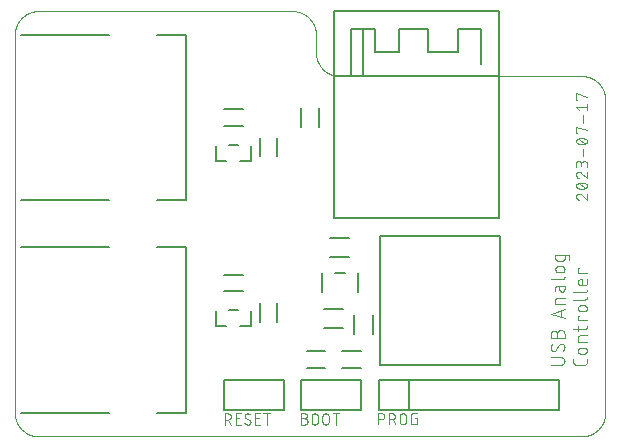
<source format=gto>
G75*
%MOIN*%
%OFA0B0*%
%FSLAX25Y25*%
%IPPOS*%
%LPD*%
%AMOC8*
5,1,8,0,0,1.08239X$1,22.5*
%
%ADD10C,0.00000*%
%ADD11C,0.00400*%
%ADD12C,0.00300*%
%ADD13C,0.00500*%
%ADD14C,0.00800*%
%ADD15C,0.00600*%
D10*
X0010226Y0002294D02*
X0191329Y0002294D01*
X0191329Y0002295D02*
X0191519Y0002297D01*
X0191709Y0002304D01*
X0191899Y0002316D01*
X0192089Y0002332D01*
X0192278Y0002352D01*
X0192467Y0002378D01*
X0192655Y0002407D01*
X0192842Y0002442D01*
X0193028Y0002481D01*
X0193213Y0002524D01*
X0193398Y0002572D01*
X0193581Y0002624D01*
X0193762Y0002680D01*
X0193942Y0002741D01*
X0194121Y0002807D01*
X0194298Y0002876D01*
X0194474Y0002950D01*
X0194647Y0003028D01*
X0194819Y0003111D01*
X0194988Y0003197D01*
X0195156Y0003287D01*
X0195321Y0003382D01*
X0195484Y0003480D01*
X0195644Y0003583D01*
X0195802Y0003689D01*
X0195957Y0003799D01*
X0196110Y0003912D01*
X0196260Y0004030D01*
X0196406Y0004151D01*
X0196550Y0004275D01*
X0196691Y0004403D01*
X0196829Y0004534D01*
X0196964Y0004669D01*
X0197095Y0004807D01*
X0197223Y0004948D01*
X0197347Y0005092D01*
X0197468Y0005238D01*
X0197586Y0005388D01*
X0197699Y0005541D01*
X0197809Y0005696D01*
X0197915Y0005854D01*
X0198018Y0006014D01*
X0198116Y0006177D01*
X0198211Y0006342D01*
X0198301Y0006510D01*
X0198387Y0006679D01*
X0198470Y0006851D01*
X0198548Y0007024D01*
X0198622Y0007200D01*
X0198691Y0007377D01*
X0198757Y0007556D01*
X0198818Y0007736D01*
X0198874Y0007917D01*
X0198926Y0008100D01*
X0198974Y0008285D01*
X0199017Y0008470D01*
X0199056Y0008656D01*
X0199091Y0008843D01*
X0199120Y0009031D01*
X0199146Y0009220D01*
X0199166Y0009409D01*
X0199182Y0009599D01*
X0199194Y0009789D01*
X0199201Y0009979D01*
X0199203Y0010169D01*
X0199203Y0114499D01*
X0199201Y0114689D01*
X0199194Y0114879D01*
X0199182Y0115069D01*
X0199166Y0115259D01*
X0199146Y0115448D01*
X0199120Y0115637D01*
X0199091Y0115825D01*
X0199056Y0116012D01*
X0199017Y0116198D01*
X0198974Y0116383D01*
X0198926Y0116568D01*
X0198874Y0116751D01*
X0198818Y0116932D01*
X0198757Y0117112D01*
X0198691Y0117291D01*
X0198622Y0117468D01*
X0198548Y0117644D01*
X0198470Y0117817D01*
X0198387Y0117989D01*
X0198301Y0118158D01*
X0198211Y0118326D01*
X0198116Y0118491D01*
X0198018Y0118654D01*
X0197915Y0118814D01*
X0197809Y0118972D01*
X0197699Y0119127D01*
X0197586Y0119280D01*
X0197468Y0119430D01*
X0197347Y0119576D01*
X0197223Y0119720D01*
X0197095Y0119861D01*
X0196964Y0119999D01*
X0196829Y0120134D01*
X0196691Y0120265D01*
X0196550Y0120393D01*
X0196406Y0120517D01*
X0196260Y0120638D01*
X0196110Y0120756D01*
X0195957Y0120869D01*
X0195802Y0120979D01*
X0195644Y0121085D01*
X0195484Y0121188D01*
X0195321Y0121286D01*
X0195156Y0121381D01*
X0194988Y0121471D01*
X0194819Y0121557D01*
X0194647Y0121640D01*
X0194474Y0121718D01*
X0194298Y0121792D01*
X0194121Y0121861D01*
X0193942Y0121927D01*
X0193762Y0121988D01*
X0193581Y0122044D01*
X0193398Y0122096D01*
X0193213Y0122144D01*
X0193028Y0122187D01*
X0192842Y0122226D01*
X0192655Y0122261D01*
X0192467Y0122290D01*
X0192278Y0122316D01*
X0192089Y0122336D01*
X0191899Y0122352D01*
X0191709Y0122364D01*
X0191519Y0122371D01*
X0191329Y0122373D01*
X0110620Y0122373D01*
X0110430Y0122375D01*
X0110240Y0122382D01*
X0110050Y0122394D01*
X0109860Y0122410D01*
X0109671Y0122430D01*
X0109482Y0122456D01*
X0109294Y0122485D01*
X0109107Y0122520D01*
X0108921Y0122559D01*
X0108736Y0122602D01*
X0108551Y0122650D01*
X0108368Y0122702D01*
X0108187Y0122758D01*
X0108007Y0122819D01*
X0107828Y0122885D01*
X0107651Y0122954D01*
X0107475Y0123028D01*
X0107302Y0123106D01*
X0107130Y0123189D01*
X0106961Y0123275D01*
X0106793Y0123365D01*
X0106628Y0123460D01*
X0106465Y0123558D01*
X0106305Y0123661D01*
X0106147Y0123767D01*
X0105992Y0123877D01*
X0105839Y0123990D01*
X0105689Y0124108D01*
X0105543Y0124229D01*
X0105399Y0124353D01*
X0105258Y0124481D01*
X0105120Y0124612D01*
X0104985Y0124747D01*
X0104854Y0124885D01*
X0104726Y0125026D01*
X0104602Y0125170D01*
X0104481Y0125316D01*
X0104363Y0125466D01*
X0104250Y0125619D01*
X0104140Y0125774D01*
X0104034Y0125932D01*
X0103931Y0126092D01*
X0103833Y0126255D01*
X0103738Y0126420D01*
X0103648Y0126588D01*
X0103562Y0126757D01*
X0103479Y0126929D01*
X0103401Y0127102D01*
X0103327Y0127278D01*
X0103258Y0127455D01*
X0103192Y0127634D01*
X0103131Y0127814D01*
X0103075Y0127995D01*
X0103023Y0128178D01*
X0102975Y0128363D01*
X0102932Y0128548D01*
X0102893Y0128734D01*
X0102858Y0128921D01*
X0102829Y0129109D01*
X0102803Y0129298D01*
X0102783Y0129487D01*
X0102767Y0129677D01*
X0102755Y0129867D01*
X0102748Y0130057D01*
X0102746Y0130247D01*
X0102746Y0136153D01*
X0102744Y0136343D01*
X0102737Y0136533D01*
X0102725Y0136723D01*
X0102709Y0136913D01*
X0102689Y0137102D01*
X0102663Y0137291D01*
X0102634Y0137479D01*
X0102599Y0137666D01*
X0102560Y0137852D01*
X0102517Y0138037D01*
X0102469Y0138222D01*
X0102417Y0138405D01*
X0102361Y0138586D01*
X0102300Y0138766D01*
X0102234Y0138945D01*
X0102165Y0139122D01*
X0102091Y0139298D01*
X0102013Y0139471D01*
X0101930Y0139643D01*
X0101844Y0139812D01*
X0101754Y0139980D01*
X0101659Y0140145D01*
X0101561Y0140308D01*
X0101458Y0140468D01*
X0101352Y0140626D01*
X0101242Y0140781D01*
X0101129Y0140934D01*
X0101011Y0141084D01*
X0100890Y0141230D01*
X0100766Y0141374D01*
X0100638Y0141515D01*
X0100507Y0141653D01*
X0100372Y0141788D01*
X0100234Y0141919D01*
X0100093Y0142047D01*
X0099949Y0142171D01*
X0099803Y0142292D01*
X0099653Y0142410D01*
X0099500Y0142523D01*
X0099345Y0142633D01*
X0099187Y0142739D01*
X0099027Y0142842D01*
X0098864Y0142940D01*
X0098699Y0143035D01*
X0098531Y0143125D01*
X0098362Y0143211D01*
X0098190Y0143294D01*
X0098017Y0143372D01*
X0097841Y0143446D01*
X0097664Y0143515D01*
X0097485Y0143581D01*
X0097305Y0143642D01*
X0097124Y0143698D01*
X0096941Y0143750D01*
X0096756Y0143798D01*
X0096571Y0143841D01*
X0096385Y0143880D01*
X0096198Y0143915D01*
X0096010Y0143944D01*
X0095821Y0143970D01*
X0095632Y0143990D01*
X0095442Y0144006D01*
X0095252Y0144018D01*
X0095062Y0144025D01*
X0094872Y0144027D01*
X0010226Y0144027D01*
X0010036Y0144025D01*
X0009846Y0144018D01*
X0009656Y0144006D01*
X0009466Y0143990D01*
X0009277Y0143970D01*
X0009088Y0143944D01*
X0008900Y0143915D01*
X0008713Y0143880D01*
X0008527Y0143841D01*
X0008342Y0143798D01*
X0008157Y0143750D01*
X0007974Y0143698D01*
X0007793Y0143642D01*
X0007613Y0143581D01*
X0007434Y0143515D01*
X0007257Y0143446D01*
X0007081Y0143372D01*
X0006908Y0143294D01*
X0006736Y0143211D01*
X0006567Y0143125D01*
X0006399Y0143035D01*
X0006234Y0142940D01*
X0006071Y0142842D01*
X0005911Y0142739D01*
X0005753Y0142633D01*
X0005598Y0142523D01*
X0005445Y0142410D01*
X0005295Y0142292D01*
X0005149Y0142171D01*
X0005005Y0142047D01*
X0004864Y0141919D01*
X0004726Y0141788D01*
X0004591Y0141653D01*
X0004460Y0141515D01*
X0004332Y0141374D01*
X0004208Y0141230D01*
X0004087Y0141084D01*
X0003969Y0140934D01*
X0003856Y0140781D01*
X0003746Y0140626D01*
X0003640Y0140468D01*
X0003537Y0140308D01*
X0003439Y0140145D01*
X0003344Y0139980D01*
X0003254Y0139812D01*
X0003168Y0139643D01*
X0003085Y0139471D01*
X0003007Y0139298D01*
X0002933Y0139122D01*
X0002864Y0138945D01*
X0002798Y0138766D01*
X0002737Y0138586D01*
X0002681Y0138405D01*
X0002629Y0138222D01*
X0002581Y0138037D01*
X0002538Y0137852D01*
X0002499Y0137666D01*
X0002464Y0137479D01*
X0002435Y0137291D01*
X0002409Y0137102D01*
X0002389Y0136913D01*
X0002373Y0136723D01*
X0002361Y0136533D01*
X0002354Y0136343D01*
X0002352Y0136153D01*
X0002352Y0010169D01*
X0002354Y0009979D01*
X0002361Y0009789D01*
X0002373Y0009599D01*
X0002389Y0009409D01*
X0002409Y0009220D01*
X0002435Y0009031D01*
X0002464Y0008843D01*
X0002499Y0008656D01*
X0002538Y0008470D01*
X0002581Y0008285D01*
X0002629Y0008100D01*
X0002681Y0007917D01*
X0002737Y0007736D01*
X0002798Y0007556D01*
X0002864Y0007377D01*
X0002933Y0007200D01*
X0003007Y0007024D01*
X0003085Y0006851D01*
X0003168Y0006679D01*
X0003254Y0006510D01*
X0003344Y0006342D01*
X0003439Y0006177D01*
X0003537Y0006014D01*
X0003640Y0005854D01*
X0003746Y0005696D01*
X0003856Y0005541D01*
X0003969Y0005388D01*
X0004087Y0005238D01*
X0004208Y0005092D01*
X0004332Y0004948D01*
X0004460Y0004807D01*
X0004591Y0004669D01*
X0004726Y0004534D01*
X0004864Y0004403D01*
X0005005Y0004275D01*
X0005149Y0004151D01*
X0005295Y0004030D01*
X0005445Y0003912D01*
X0005598Y0003799D01*
X0005753Y0003689D01*
X0005911Y0003583D01*
X0006071Y0003480D01*
X0006234Y0003382D01*
X0006399Y0003287D01*
X0006567Y0003197D01*
X0006736Y0003111D01*
X0006908Y0003028D01*
X0007081Y0002950D01*
X0007257Y0002876D01*
X0007434Y0002807D01*
X0007613Y0002741D01*
X0007793Y0002680D01*
X0007974Y0002624D01*
X0008157Y0002572D01*
X0008342Y0002524D01*
X0008527Y0002481D01*
X0008713Y0002442D01*
X0008900Y0002407D01*
X0009088Y0002378D01*
X0009277Y0002352D01*
X0009466Y0002332D01*
X0009656Y0002316D01*
X0009846Y0002304D01*
X0010036Y0002297D01*
X0010226Y0002295D01*
D11*
X0180997Y0026117D02*
X0184319Y0026117D01*
X0184319Y0026116D02*
X0184389Y0026118D01*
X0184460Y0026124D01*
X0184529Y0026133D01*
X0184598Y0026147D01*
X0184667Y0026164D01*
X0184734Y0026185D01*
X0184800Y0026210D01*
X0184864Y0026238D01*
X0184927Y0026270D01*
X0184988Y0026305D01*
X0185047Y0026344D01*
X0185104Y0026385D01*
X0185158Y0026430D01*
X0185210Y0026478D01*
X0185259Y0026528D01*
X0185306Y0026582D01*
X0185349Y0026637D01*
X0185389Y0026695D01*
X0185426Y0026755D01*
X0185459Y0026817D01*
X0185489Y0026881D01*
X0185516Y0026946D01*
X0185539Y0027012D01*
X0185558Y0027080D01*
X0185573Y0027149D01*
X0185585Y0027218D01*
X0185593Y0027288D01*
X0185597Y0027359D01*
X0185597Y0027429D01*
X0185593Y0027500D01*
X0185585Y0027570D01*
X0185573Y0027639D01*
X0185558Y0027708D01*
X0185539Y0027776D01*
X0185516Y0027842D01*
X0185489Y0027907D01*
X0185459Y0027971D01*
X0185426Y0028033D01*
X0185389Y0028093D01*
X0185349Y0028151D01*
X0185306Y0028206D01*
X0185259Y0028260D01*
X0185210Y0028310D01*
X0185158Y0028358D01*
X0185104Y0028403D01*
X0185047Y0028444D01*
X0184988Y0028483D01*
X0184927Y0028518D01*
X0184864Y0028550D01*
X0184800Y0028578D01*
X0184734Y0028603D01*
X0184667Y0028624D01*
X0184598Y0028641D01*
X0184529Y0028655D01*
X0184460Y0028664D01*
X0184389Y0028670D01*
X0184319Y0028672D01*
X0180997Y0028672D01*
X0182914Y0031255D02*
X0183681Y0032661D01*
X0185597Y0032150D02*
X0185595Y0032060D01*
X0185590Y0031971D01*
X0185580Y0031882D01*
X0185567Y0031793D01*
X0185551Y0031705D01*
X0185530Y0031617D01*
X0185506Y0031531D01*
X0185479Y0031445D01*
X0185448Y0031361D01*
X0185413Y0031278D01*
X0185375Y0031197D01*
X0185334Y0031117D01*
X0185290Y0031040D01*
X0185242Y0030964D01*
X0185191Y0030890D01*
X0185137Y0030818D01*
X0185080Y0030749D01*
X0185021Y0030681D01*
X0184958Y0030617D01*
X0183681Y0032661D02*
X0183715Y0032715D01*
X0183752Y0032766D01*
X0183792Y0032815D01*
X0183835Y0032862D01*
X0183881Y0032905D01*
X0183929Y0032946D01*
X0183980Y0032984D01*
X0184033Y0033019D01*
X0184088Y0033051D01*
X0184145Y0033079D01*
X0184203Y0033103D01*
X0184263Y0033124D01*
X0184324Y0033141D01*
X0184386Y0033155D01*
X0184449Y0033164D01*
X0184512Y0033170D01*
X0184575Y0033172D01*
X0184637Y0033170D01*
X0184698Y0033165D01*
X0184759Y0033155D01*
X0184820Y0033142D01*
X0184879Y0033126D01*
X0184937Y0033106D01*
X0184994Y0033082D01*
X0185050Y0033055D01*
X0185104Y0033025D01*
X0185156Y0032991D01*
X0185205Y0032955D01*
X0185253Y0032915D01*
X0185298Y0032873D01*
X0185340Y0032828D01*
X0185380Y0032780D01*
X0185416Y0032731D01*
X0185450Y0032679D01*
X0185480Y0032625D01*
X0185507Y0032569D01*
X0185531Y0032512D01*
X0185551Y0032454D01*
X0185567Y0032395D01*
X0185580Y0032334D01*
X0185590Y0032273D01*
X0185595Y0032212D01*
X0185597Y0032150D01*
X0181380Y0032917D02*
X0181332Y0032850D01*
X0181287Y0032782D01*
X0181245Y0032711D01*
X0181207Y0032638D01*
X0181171Y0032564D01*
X0181138Y0032489D01*
X0181109Y0032412D01*
X0181083Y0032334D01*
X0181060Y0032255D01*
X0181041Y0032175D01*
X0181025Y0032094D01*
X0181013Y0032013D01*
X0181004Y0031931D01*
X0180999Y0031849D01*
X0180997Y0031767D01*
X0180999Y0031705D01*
X0181004Y0031644D01*
X0181014Y0031583D01*
X0181027Y0031522D01*
X0181043Y0031463D01*
X0181063Y0031405D01*
X0181087Y0031348D01*
X0181114Y0031292D01*
X0181144Y0031238D01*
X0181178Y0031186D01*
X0181214Y0031137D01*
X0181254Y0031089D01*
X0181296Y0031044D01*
X0181341Y0031002D01*
X0181389Y0030962D01*
X0181438Y0030926D01*
X0181490Y0030892D01*
X0181544Y0030862D01*
X0181600Y0030835D01*
X0181657Y0030811D01*
X0181715Y0030791D01*
X0181774Y0030775D01*
X0181835Y0030762D01*
X0181896Y0030752D01*
X0181957Y0030747D01*
X0182019Y0030745D01*
X0182019Y0030744D02*
X0182082Y0030746D01*
X0182145Y0030752D01*
X0182208Y0030761D01*
X0182270Y0030775D01*
X0182331Y0030792D01*
X0182391Y0030813D01*
X0182449Y0030837D01*
X0182506Y0030865D01*
X0182561Y0030897D01*
X0182614Y0030932D01*
X0182665Y0030970D01*
X0182713Y0031011D01*
X0182759Y0031054D01*
X0182802Y0031101D01*
X0182842Y0031150D01*
X0182879Y0031201D01*
X0182913Y0031255D01*
X0183042Y0035183D02*
X0183042Y0036461D01*
X0183041Y0036461D02*
X0183039Y0036524D01*
X0183033Y0036587D01*
X0183024Y0036649D01*
X0183010Y0036710D01*
X0182993Y0036771D01*
X0182972Y0036830D01*
X0182947Y0036888D01*
X0182919Y0036945D01*
X0182888Y0036999D01*
X0182853Y0037051D01*
X0182815Y0037102D01*
X0182774Y0037150D01*
X0182730Y0037195D01*
X0182684Y0037237D01*
X0182635Y0037277D01*
X0182584Y0037313D01*
X0182530Y0037346D01*
X0182475Y0037376D01*
X0182417Y0037402D01*
X0182359Y0037425D01*
X0182299Y0037444D01*
X0182238Y0037459D01*
X0182176Y0037471D01*
X0182113Y0037479D01*
X0182050Y0037483D01*
X0181988Y0037483D01*
X0181925Y0037479D01*
X0181862Y0037471D01*
X0181800Y0037459D01*
X0181739Y0037444D01*
X0181679Y0037425D01*
X0181621Y0037402D01*
X0181563Y0037376D01*
X0181508Y0037346D01*
X0181454Y0037313D01*
X0181403Y0037277D01*
X0181354Y0037237D01*
X0181308Y0037195D01*
X0181264Y0037150D01*
X0181223Y0037102D01*
X0181185Y0037051D01*
X0181150Y0036999D01*
X0181119Y0036945D01*
X0181091Y0036888D01*
X0181066Y0036830D01*
X0181045Y0036771D01*
X0181028Y0036710D01*
X0181014Y0036649D01*
X0181005Y0036587D01*
X0180999Y0036524D01*
X0180997Y0036461D01*
X0180997Y0035183D01*
X0185597Y0035183D01*
X0185597Y0036461D01*
X0185595Y0036531D01*
X0185589Y0036602D01*
X0185580Y0036671D01*
X0185566Y0036740D01*
X0185549Y0036809D01*
X0185528Y0036876D01*
X0185503Y0036942D01*
X0185475Y0037006D01*
X0185443Y0037069D01*
X0185408Y0037130D01*
X0185369Y0037189D01*
X0185328Y0037246D01*
X0185283Y0037300D01*
X0185235Y0037352D01*
X0185185Y0037401D01*
X0185131Y0037448D01*
X0185076Y0037491D01*
X0185018Y0037531D01*
X0184958Y0037568D01*
X0184896Y0037601D01*
X0184832Y0037631D01*
X0184767Y0037658D01*
X0184701Y0037681D01*
X0184633Y0037700D01*
X0184564Y0037715D01*
X0184495Y0037727D01*
X0184425Y0037735D01*
X0184354Y0037739D01*
X0184284Y0037739D01*
X0184213Y0037735D01*
X0184143Y0037727D01*
X0184074Y0037715D01*
X0184005Y0037700D01*
X0183937Y0037681D01*
X0183871Y0037658D01*
X0183806Y0037631D01*
X0183742Y0037601D01*
X0183680Y0037568D01*
X0183620Y0037531D01*
X0183562Y0037491D01*
X0183507Y0037448D01*
X0183453Y0037401D01*
X0183403Y0037352D01*
X0183355Y0037300D01*
X0183310Y0037246D01*
X0183269Y0037189D01*
X0183230Y0037130D01*
X0183195Y0037069D01*
X0183163Y0037006D01*
X0183135Y0036942D01*
X0183110Y0036876D01*
X0183089Y0036809D01*
X0183072Y0036740D01*
X0183058Y0036671D01*
X0183049Y0036602D01*
X0183043Y0036531D01*
X0183041Y0036461D01*
X0188497Y0038065D02*
X0192331Y0038065D01*
X0192386Y0038067D01*
X0192440Y0038073D01*
X0192494Y0038083D01*
X0192547Y0038096D01*
X0192599Y0038113D01*
X0192650Y0038134D01*
X0192699Y0038159D01*
X0192746Y0038187D01*
X0192791Y0038218D01*
X0192833Y0038252D01*
X0192873Y0038290D01*
X0192911Y0038330D01*
X0192945Y0038372D01*
X0192976Y0038417D01*
X0193004Y0038464D01*
X0193029Y0038513D01*
X0193050Y0038564D01*
X0193067Y0038616D01*
X0193080Y0038669D01*
X0193090Y0038723D01*
X0193096Y0038777D01*
X0193098Y0038832D01*
X0193097Y0038832D02*
X0193097Y0039088D01*
X0193097Y0040961D02*
X0190031Y0040961D01*
X0190031Y0042495D01*
X0190542Y0042495D01*
X0191053Y0043935D02*
X0192075Y0043935D01*
X0192138Y0043937D01*
X0192201Y0043943D01*
X0192263Y0043952D01*
X0192324Y0043966D01*
X0192385Y0043983D01*
X0192444Y0044004D01*
X0192502Y0044029D01*
X0192559Y0044057D01*
X0192613Y0044088D01*
X0192665Y0044123D01*
X0192716Y0044161D01*
X0192764Y0044202D01*
X0192809Y0044246D01*
X0192851Y0044292D01*
X0192891Y0044341D01*
X0192927Y0044392D01*
X0192960Y0044446D01*
X0192990Y0044501D01*
X0193016Y0044559D01*
X0193039Y0044617D01*
X0193058Y0044677D01*
X0193073Y0044738D01*
X0193085Y0044800D01*
X0193093Y0044863D01*
X0193097Y0044926D01*
X0193097Y0044988D01*
X0193093Y0045051D01*
X0193085Y0045114D01*
X0193073Y0045176D01*
X0193058Y0045237D01*
X0193039Y0045297D01*
X0193016Y0045355D01*
X0192990Y0045413D01*
X0192960Y0045468D01*
X0192927Y0045522D01*
X0192891Y0045573D01*
X0192851Y0045622D01*
X0192809Y0045668D01*
X0192764Y0045712D01*
X0192716Y0045753D01*
X0192665Y0045791D01*
X0192613Y0045826D01*
X0192559Y0045857D01*
X0192502Y0045885D01*
X0192444Y0045910D01*
X0192385Y0045931D01*
X0192324Y0045948D01*
X0192263Y0045962D01*
X0192201Y0045971D01*
X0192138Y0045977D01*
X0192075Y0045979D01*
X0192075Y0045980D02*
X0191053Y0045980D01*
X0191053Y0045979D02*
X0190990Y0045977D01*
X0190927Y0045971D01*
X0190865Y0045962D01*
X0190804Y0045948D01*
X0190743Y0045931D01*
X0190684Y0045910D01*
X0190626Y0045885D01*
X0190569Y0045857D01*
X0190515Y0045826D01*
X0190463Y0045791D01*
X0190412Y0045753D01*
X0190364Y0045712D01*
X0190319Y0045668D01*
X0190277Y0045622D01*
X0190237Y0045573D01*
X0190201Y0045522D01*
X0190168Y0045468D01*
X0190138Y0045413D01*
X0190112Y0045355D01*
X0190089Y0045297D01*
X0190070Y0045237D01*
X0190055Y0045176D01*
X0190043Y0045114D01*
X0190035Y0045051D01*
X0190031Y0044988D01*
X0190031Y0044926D01*
X0190035Y0044863D01*
X0190043Y0044800D01*
X0190055Y0044738D01*
X0190070Y0044677D01*
X0190089Y0044617D01*
X0190112Y0044559D01*
X0190138Y0044501D01*
X0190168Y0044446D01*
X0190201Y0044392D01*
X0190237Y0044341D01*
X0190277Y0044292D01*
X0190319Y0044246D01*
X0190364Y0044202D01*
X0190412Y0044161D01*
X0190463Y0044123D01*
X0190515Y0044088D01*
X0190569Y0044057D01*
X0190626Y0044029D01*
X0190684Y0044004D01*
X0190743Y0043983D01*
X0190804Y0043966D01*
X0190865Y0043952D01*
X0190927Y0043943D01*
X0190990Y0043937D01*
X0191053Y0043935D01*
X0185597Y0044678D02*
X0180997Y0043144D01*
X0185597Y0041611D01*
X0184447Y0041994D02*
X0184447Y0044294D01*
X0185597Y0046472D02*
X0182531Y0046472D01*
X0182531Y0047750D01*
X0182530Y0047750D02*
X0182532Y0047805D01*
X0182538Y0047859D01*
X0182548Y0047913D01*
X0182561Y0047966D01*
X0182578Y0048018D01*
X0182599Y0048069D01*
X0182624Y0048118D01*
X0182652Y0048165D01*
X0182683Y0048210D01*
X0182717Y0048252D01*
X0182755Y0048292D01*
X0182795Y0048330D01*
X0182837Y0048364D01*
X0182882Y0048395D01*
X0182929Y0048423D01*
X0182978Y0048448D01*
X0183029Y0048469D01*
X0183081Y0048486D01*
X0183134Y0048499D01*
X0183188Y0048509D01*
X0183242Y0048515D01*
X0183297Y0048517D01*
X0183297Y0048516D02*
X0185597Y0048516D01*
X0185597Y0051393D02*
X0185597Y0052543D01*
X0183297Y0052543D01*
X0183808Y0052543D02*
X0183808Y0051393D01*
X0183297Y0052544D02*
X0183242Y0052542D01*
X0183188Y0052536D01*
X0183134Y0052526D01*
X0183081Y0052513D01*
X0183029Y0052496D01*
X0182978Y0052475D01*
X0182929Y0052450D01*
X0182882Y0052422D01*
X0182837Y0052391D01*
X0182795Y0052357D01*
X0182755Y0052319D01*
X0182717Y0052279D01*
X0182683Y0052237D01*
X0182652Y0052192D01*
X0182624Y0052145D01*
X0182599Y0052096D01*
X0182578Y0052045D01*
X0182561Y0051993D01*
X0182548Y0051940D01*
X0182538Y0051886D01*
X0182532Y0051832D01*
X0182530Y0051777D01*
X0182531Y0051777D02*
X0182531Y0050754D01*
X0183809Y0051393D02*
X0183811Y0051335D01*
X0183817Y0051276D01*
X0183826Y0051219D01*
X0183839Y0051162D01*
X0183856Y0051106D01*
X0183877Y0051051D01*
X0183901Y0050998D01*
X0183929Y0050946D01*
X0183960Y0050896D01*
X0183994Y0050849D01*
X0184031Y0050804D01*
X0184071Y0050761D01*
X0184114Y0050721D01*
X0184159Y0050684D01*
X0184206Y0050650D01*
X0184256Y0050619D01*
X0184308Y0050591D01*
X0184361Y0050567D01*
X0184416Y0050546D01*
X0184472Y0050529D01*
X0184529Y0050516D01*
X0184586Y0050507D01*
X0184645Y0050501D01*
X0184703Y0050499D01*
X0184761Y0050501D01*
X0184820Y0050507D01*
X0184877Y0050516D01*
X0184934Y0050529D01*
X0184990Y0050546D01*
X0185045Y0050567D01*
X0185098Y0050591D01*
X0185150Y0050619D01*
X0185200Y0050650D01*
X0185247Y0050684D01*
X0185292Y0050721D01*
X0185335Y0050761D01*
X0185375Y0050804D01*
X0185412Y0050849D01*
X0185446Y0050896D01*
X0185477Y0050946D01*
X0185505Y0050998D01*
X0185529Y0051051D01*
X0185550Y0051106D01*
X0185567Y0051162D01*
X0185580Y0051219D01*
X0185589Y0051276D01*
X0185595Y0051335D01*
X0185597Y0051393D01*
X0188497Y0050294D02*
X0192331Y0050294D01*
X0192386Y0050296D01*
X0192440Y0050302D01*
X0192494Y0050312D01*
X0192547Y0050325D01*
X0192599Y0050342D01*
X0192650Y0050363D01*
X0192699Y0050388D01*
X0192746Y0050416D01*
X0192791Y0050447D01*
X0192833Y0050481D01*
X0192873Y0050519D01*
X0192911Y0050559D01*
X0192945Y0050601D01*
X0192976Y0050646D01*
X0193004Y0050693D01*
X0193029Y0050742D01*
X0193050Y0050793D01*
X0193067Y0050845D01*
X0193080Y0050898D01*
X0193090Y0050952D01*
X0193096Y0051006D01*
X0193098Y0051061D01*
X0192331Y0052635D02*
X0191053Y0052635D01*
X0191564Y0052635D02*
X0191564Y0054680D01*
X0191053Y0054680D01*
X0191053Y0054679D02*
X0190990Y0054677D01*
X0190927Y0054671D01*
X0190865Y0054662D01*
X0190804Y0054648D01*
X0190743Y0054631D01*
X0190684Y0054610D01*
X0190626Y0054585D01*
X0190569Y0054557D01*
X0190515Y0054526D01*
X0190463Y0054491D01*
X0190412Y0054453D01*
X0190364Y0054412D01*
X0190319Y0054368D01*
X0190277Y0054322D01*
X0190237Y0054273D01*
X0190201Y0054222D01*
X0190168Y0054168D01*
X0190138Y0054113D01*
X0190112Y0054055D01*
X0190089Y0053997D01*
X0190070Y0053937D01*
X0190055Y0053876D01*
X0190043Y0053814D01*
X0190035Y0053751D01*
X0190031Y0053688D01*
X0190031Y0053626D01*
X0190035Y0053563D01*
X0190043Y0053500D01*
X0190055Y0053438D01*
X0190070Y0053377D01*
X0190089Y0053317D01*
X0190112Y0053259D01*
X0190138Y0053201D01*
X0190168Y0053146D01*
X0190201Y0053092D01*
X0190237Y0053041D01*
X0190277Y0052992D01*
X0190319Y0052946D01*
X0190364Y0052902D01*
X0190412Y0052861D01*
X0190463Y0052823D01*
X0190515Y0052788D01*
X0190569Y0052757D01*
X0190626Y0052729D01*
X0190684Y0052704D01*
X0190743Y0052683D01*
X0190804Y0052666D01*
X0190865Y0052652D01*
X0190927Y0052643D01*
X0190990Y0052637D01*
X0191053Y0052635D01*
X0192331Y0052635D02*
X0192386Y0052637D01*
X0192440Y0052643D01*
X0192494Y0052653D01*
X0192547Y0052666D01*
X0192599Y0052683D01*
X0192650Y0052704D01*
X0192699Y0052729D01*
X0192746Y0052757D01*
X0192791Y0052788D01*
X0192833Y0052822D01*
X0192873Y0052860D01*
X0192911Y0052900D01*
X0192945Y0052942D01*
X0192976Y0052987D01*
X0193004Y0053034D01*
X0193029Y0053083D01*
X0193050Y0053134D01*
X0193067Y0053186D01*
X0193080Y0053239D01*
X0193090Y0053293D01*
X0193096Y0053347D01*
X0193098Y0053402D01*
X0193097Y0053402D02*
X0193097Y0054680D01*
X0193097Y0056711D02*
X0190031Y0056711D01*
X0190031Y0058245D01*
X0190542Y0058245D01*
X0187131Y0061104D02*
X0187131Y0062127D01*
X0187129Y0062182D01*
X0187123Y0062236D01*
X0187113Y0062290D01*
X0187100Y0062343D01*
X0187083Y0062395D01*
X0187062Y0062446D01*
X0187037Y0062495D01*
X0187009Y0062542D01*
X0186978Y0062587D01*
X0186944Y0062629D01*
X0186906Y0062669D01*
X0186866Y0062707D01*
X0186824Y0062741D01*
X0186779Y0062772D01*
X0186732Y0062800D01*
X0186683Y0062825D01*
X0186632Y0062846D01*
X0186580Y0062863D01*
X0186527Y0062876D01*
X0186473Y0062886D01*
X0186419Y0062892D01*
X0186364Y0062894D01*
X0186364Y0062893D02*
X0182531Y0062893D01*
X0182531Y0061616D01*
X0182530Y0061616D02*
X0182532Y0061561D01*
X0182538Y0061507D01*
X0182548Y0061453D01*
X0182561Y0061400D01*
X0182578Y0061348D01*
X0182599Y0061297D01*
X0182624Y0061248D01*
X0182652Y0061201D01*
X0182683Y0061156D01*
X0182717Y0061114D01*
X0182755Y0061074D01*
X0182795Y0061036D01*
X0182837Y0061002D01*
X0182882Y0060971D01*
X0182929Y0060943D01*
X0182978Y0060918D01*
X0183029Y0060897D01*
X0183081Y0060880D01*
X0183134Y0060867D01*
X0183188Y0060857D01*
X0183242Y0060851D01*
X0183297Y0060849D01*
X0184831Y0060849D01*
X0184886Y0060851D01*
X0184940Y0060857D01*
X0184994Y0060867D01*
X0185047Y0060880D01*
X0185099Y0060897D01*
X0185150Y0060918D01*
X0185199Y0060943D01*
X0185246Y0060971D01*
X0185291Y0061002D01*
X0185333Y0061036D01*
X0185373Y0061074D01*
X0185411Y0061114D01*
X0185445Y0061156D01*
X0185476Y0061201D01*
X0185504Y0061248D01*
X0185529Y0061297D01*
X0185550Y0061348D01*
X0185567Y0061400D01*
X0185580Y0061453D01*
X0185590Y0061507D01*
X0185596Y0061561D01*
X0185598Y0061616D01*
X0185597Y0061616D02*
X0185597Y0062893D01*
X0184575Y0059016D02*
X0183553Y0059016D01*
X0183490Y0059014D01*
X0183427Y0059008D01*
X0183365Y0058999D01*
X0183304Y0058985D01*
X0183243Y0058968D01*
X0183184Y0058947D01*
X0183126Y0058922D01*
X0183069Y0058894D01*
X0183015Y0058863D01*
X0182963Y0058828D01*
X0182912Y0058790D01*
X0182864Y0058749D01*
X0182819Y0058705D01*
X0182777Y0058659D01*
X0182737Y0058610D01*
X0182701Y0058559D01*
X0182668Y0058505D01*
X0182638Y0058450D01*
X0182612Y0058392D01*
X0182589Y0058334D01*
X0182570Y0058274D01*
X0182555Y0058213D01*
X0182543Y0058151D01*
X0182535Y0058088D01*
X0182531Y0058025D01*
X0182531Y0057963D01*
X0182535Y0057900D01*
X0182543Y0057837D01*
X0182555Y0057775D01*
X0182570Y0057714D01*
X0182589Y0057654D01*
X0182612Y0057596D01*
X0182638Y0057538D01*
X0182668Y0057483D01*
X0182701Y0057429D01*
X0182737Y0057378D01*
X0182777Y0057329D01*
X0182819Y0057283D01*
X0182864Y0057239D01*
X0182912Y0057198D01*
X0182963Y0057160D01*
X0183015Y0057125D01*
X0183069Y0057094D01*
X0183126Y0057066D01*
X0183184Y0057041D01*
X0183243Y0057020D01*
X0183304Y0057003D01*
X0183365Y0056989D01*
X0183427Y0056980D01*
X0183490Y0056974D01*
X0183553Y0056972D01*
X0184575Y0056972D01*
X0184638Y0056974D01*
X0184701Y0056980D01*
X0184763Y0056989D01*
X0184824Y0057003D01*
X0184885Y0057020D01*
X0184944Y0057041D01*
X0185002Y0057066D01*
X0185059Y0057094D01*
X0185113Y0057125D01*
X0185165Y0057160D01*
X0185216Y0057198D01*
X0185264Y0057239D01*
X0185309Y0057283D01*
X0185351Y0057329D01*
X0185391Y0057378D01*
X0185427Y0057429D01*
X0185460Y0057483D01*
X0185490Y0057538D01*
X0185516Y0057596D01*
X0185539Y0057654D01*
X0185558Y0057714D01*
X0185573Y0057775D01*
X0185585Y0057837D01*
X0185593Y0057900D01*
X0185597Y0057963D01*
X0185597Y0058025D01*
X0185593Y0058088D01*
X0185585Y0058151D01*
X0185573Y0058213D01*
X0185558Y0058274D01*
X0185539Y0058334D01*
X0185516Y0058392D01*
X0185490Y0058450D01*
X0185460Y0058505D01*
X0185427Y0058559D01*
X0185391Y0058610D01*
X0185351Y0058659D01*
X0185309Y0058705D01*
X0185264Y0058749D01*
X0185216Y0058790D01*
X0185165Y0058828D01*
X0185113Y0058863D01*
X0185059Y0058894D01*
X0185002Y0058922D01*
X0184944Y0058947D01*
X0184885Y0058968D01*
X0184824Y0058985D01*
X0184763Y0058999D01*
X0184701Y0059008D01*
X0184638Y0059014D01*
X0184575Y0059016D01*
X0185598Y0055398D02*
X0185596Y0055343D01*
X0185590Y0055289D01*
X0185580Y0055235D01*
X0185567Y0055182D01*
X0185550Y0055130D01*
X0185529Y0055079D01*
X0185504Y0055030D01*
X0185476Y0054983D01*
X0185445Y0054938D01*
X0185411Y0054896D01*
X0185373Y0054856D01*
X0185333Y0054818D01*
X0185291Y0054784D01*
X0185246Y0054753D01*
X0185199Y0054725D01*
X0185150Y0054700D01*
X0185099Y0054679D01*
X0185047Y0054662D01*
X0184994Y0054649D01*
X0184940Y0054639D01*
X0184886Y0054633D01*
X0184831Y0054631D01*
X0180997Y0054631D01*
X0188497Y0047894D02*
X0192331Y0047894D01*
X0192386Y0047896D01*
X0192440Y0047902D01*
X0192494Y0047912D01*
X0192547Y0047925D01*
X0192599Y0047942D01*
X0192650Y0047963D01*
X0192699Y0047988D01*
X0192746Y0048016D01*
X0192791Y0048047D01*
X0192833Y0048081D01*
X0192873Y0048119D01*
X0192911Y0048159D01*
X0192945Y0048201D01*
X0192976Y0048246D01*
X0193004Y0048293D01*
X0193029Y0048342D01*
X0193050Y0048393D01*
X0193067Y0048445D01*
X0193080Y0048498D01*
X0193090Y0048552D01*
X0193096Y0048606D01*
X0193098Y0048661D01*
X0190031Y0039088D02*
X0190031Y0037554D01*
X0190797Y0035930D02*
X0193097Y0035930D01*
X0193097Y0033885D02*
X0190031Y0033885D01*
X0190031Y0035163D01*
X0190030Y0035163D02*
X0190032Y0035218D01*
X0190038Y0035272D01*
X0190048Y0035326D01*
X0190061Y0035379D01*
X0190078Y0035431D01*
X0190099Y0035482D01*
X0190124Y0035531D01*
X0190152Y0035578D01*
X0190183Y0035623D01*
X0190217Y0035665D01*
X0190255Y0035705D01*
X0190295Y0035743D01*
X0190337Y0035777D01*
X0190382Y0035808D01*
X0190429Y0035836D01*
X0190478Y0035861D01*
X0190529Y0035882D01*
X0190581Y0035899D01*
X0190634Y0035912D01*
X0190688Y0035922D01*
X0190742Y0035928D01*
X0190797Y0035930D01*
X0191053Y0031880D02*
X0192075Y0031880D01*
X0192075Y0031879D02*
X0192138Y0031877D01*
X0192201Y0031871D01*
X0192263Y0031862D01*
X0192324Y0031848D01*
X0192385Y0031831D01*
X0192444Y0031810D01*
X0192502Y0031785D01*
X0192559Y0031757D01*
X0192613Y0031726D01*
X0192665Y0031691D01*
X0192716Y0031653D01*
X0192764Y0031612D01*
X0192809Y0031568D01*
X0192851Y0031522D01*
X0192891Y0031473D01*
X0192927Y0031422D01*
X0192960Y0031368D01*
X0192990Y0031313D01*
X0193016Y0031255D01*
X0193039Y0031197D01*
X0193058Y0031137D01*
X0193073Y0031076D01*
X0193085Y0031014D01*
X0193093Y0030951D01*
X0193097Y0030888D01*
X0193097Y0030826D01*
X0193093Y0030763D01*
X0193085Y0030700D01*
X0193073Y0030638D01*
X0193058Y0030577D01*
X0193039Y0030517D01*
X0193016Y0030459D01*
X0192990Y0030401D01*
X0192960Y0030346D01*
X0192927Y0030292D01*
X0192891Y0030241D01*
X0192851Y0030192D01*
X0192809Y0030146D01*
X0192764Y0030102D01*
X0192716Y0030061D01*
X0192665Y0030023D01*
X0192613Y0029988D01*
X0192559Y0029957D01*
X0192502Y0029929D01*
X0192444Y0029904D01*
X0192385Y0029883D01*
X0192324Y0029866D01*
X0192263Y0029852D01*
X0192201Y0029843D01*
X0192138Y0029837D01*
X0192075Y0029835D01*
X0191053Y0029835D01*
X0190990Y0029837D01*
X0190927Y0029843D01*
X0190865Y0029852D01*
X0190804Y0029866D01*
X0190743Y0029883D01*
X0190684Y0029904D01*
X0190626Y0029929D01*
X0190569Y0029957D01*
X0190515Y0029988D01*
X0190463Y0030023D01*
X0190412Y0030061D01*
X0190364Y0030102D01*
X0190319Y0030146D01*
X0190277Y0030192D01*
X0190237Y0030241D01*
X0190201Y0030292D01*
X0190168Y0030346D01*
X0190138Y0030401D01*
X0190112Y0030459D01*
X0190089Y0030517D01*
X0190070Y0030577D01*
X0190055Y0030638D01*
X0190043Y0030700D01*
X0190035Y0030763D01*
X0190031Y0030826D01*
X0190031Y0030888D01*
X0190035Y0030951D01*
X0190043Y0031014D01*
X0190055Y0031076D01*
X0190070Y0031137D01*
X0190089Y0031197D01*
X0190112Y0031255D01*
X0190138Y0031313D01*
X0190168Y0031368D01*
X0190201Y0031422D01*
X0190237Y0031473D01*
X0190277Y0031522D01*
X0190319Y0031568D01*
X0190364Y0031612D01*
X0190412Y0031653D01*
X0190463Y0031691D01*
X0190515Y0031726D01*
X0190569Y0031757D01*
X0190626Y0031785D01*
X0190684Y0031810D01*
X0190743Y0031831D01*
X0190804Y0031848D01*
X0190865Y0031862D01*
X0190927Y0031871D01*
X0190990Y0031877D01*
X0191053Y0031879D01*
X0193097Y0028161D02*
X0193097Y0027139D01*
X0193095Y0027077D01*
X0193090Y0027016D01*
X0193080Y0026955D01*
X0193067Y0026894D01*
X0193051Y0026835D01*
X0193031Y0026777D01*
X0193007Y0026720D01*
X0192980Y0026664D01*
X0192950Y0026610D01*
X0192916Y0026558D01*
X0192880Y0026509D01*
X0192840Y0026461D01*
X0192798Y0026416D01*
X0192753Y0026374D01*
X0192705Y0026334D01*
X0192656Y0026298D01*
X0192604Y0026264D01*
X0192550Y0026234D01*
X0192494Y0026207D01*
X0192437Y0026183D01*
X0192379Y0026163D01*
X0192320Y0026147D01*
X0192259Y0026134D01*
X0192198Y0026124D01*
X0192137Y0026119D01*
X0192075Y0026117D01*
X0189519Y0026117D01*
X0189457Y0026119D01*
X0189396Y0026124D01*
X0189335Y0026134D01*
X0189274Y0026147D01*
X0189215Y0026163D01*
X0189157Y0026183D01*
X0189100Y0026207D01*
X0189044Y0026234D01*
X0188990Y0026264D01*
X0188938Y0026298D01*
X0188889Y0026334D01*
X0188841Y0026374D01*
X0188796Y0026416D01*
X0188754Y0026461D01*
X0188715Y0026509D01*
X0188678Y0026558D01*
X0188644Y0026610D01*
X0188614Y0026664D01*
X0188587Y0026720D01*
X0188563Y0026777D01*
X0188543Y0026835D01*
X0188527Y0026894D01*
X0188514Y0026955D01*
X0188504Y0027016D01*
X0188499Y0027077D01*
X0188497Y0027139D01*
X0188497Y0028161D01*
D12*
X0136410Y0009983D02*
X0135177Y0009983D01*
X0135121Y0009981D01*
X0135065Y0009975D01*
X0135010Y0009966D01*
X0134955Y0009953D01*
X0134902Y0009936D01*
X0134850Y0009915D01*
X0134799Y0009891D01*
X0134750Y0009863D01*
X0134703Y0009833D01*
X0134658Y0009799D01*
X0134616Y0009762D01*
X0134576Y0009722D01*
X0134539Y0009680D01*
X0134505Y0009635D01*
X0134475Y0009588D01*
X0134447Y0009539D01*
X0134423Y0009488D01*
X0134402Y0009436D01*
X0134385Y0009383D01*
X0134372Y0009328D01*
X0134363Y0009273D01*
X0134357Y0009217D01*
X0134355Y0009161D01*
X0134355Y0007105D01*
X0134357Y0007049D01*
X0134363Y0006993D01*
X0134372Y0006938D01*
X0134385Y0006883D01*
X0134402Y0006830D01*
X0134423Y0006778D01*
X0134447Y0006727D01*
X0134475Y0006678D01*
X0134505Y0006631D01*
X0134539Y0006586D01*
X0134576Y0006544D01*
X0134616Y0006504D01*
X0134658Y0006467D01*
X0134703Y0006433D01*
X0134750Y0006403D01*
X0134799Y0006375D01*
X0134850Y0006351D01*
X0134902Y0006330D01*
X0134955Y0006313D01*
X0135010Y0006300D01*
X0135065Y0006291D01*
X0135121Y0006285D01*
X0135177Y0006283D01*
X0136410Y0006283D01*
X0136410Y0008339D01*
X0135794Y0008339D01*
X0132690Y0008955D02*
X0132690Y0007311D01*
X0132691Y0007311D02*
X0132689Y0007248D01*
X0132683Y0007185D01*
X0132673Y0007122D01*
X0132660Y0007060D01*
X0132643Y0006999D01*
X0132622Y0006940D01*
X0132597Y0006881D01*
X0132569Y0006825D01*
X0132537Y0006770D01*
X0132502Y0006717D01*
X0132464Y0006667D01*
X0132423Y0006618D01*
X0132379Y0006573D01*
X0132332Y0006530D01*
X0132283Y0006491D01*
X0132231Y0006454D01*
X0132177Y0006421D01*
X0132121Y0006391D01*
X0132064Y0006364D01*
X0132005Y0006341D01*
X0131944Y0006322D01*
X0131883Y0006307D01*
X0131821Y0006295D01*
X0131758Y0006287D01*
X0131695Y0006283D01*
X0131631Y0006283D01*
X0131568Y0006287D01*
X0131505Y0006295D01*
X0131443Y0006307D01*
X0131382Y0006322D01*
X0131321Y0006341D01*
X0131262Y0006364D01*
X0131205Y0006391D01*
X0131149Y0006421D01*
X0131095Y0006454D01*
X0131043Y0006491D01*
X0130994Y0006530D01*
X0130947Y0006573D01*
X0130903Y0006618D01*
X0130862Y0006667D01*
X0130824Y0006717D01*
X0130789Y0006770D01*
X0130757Y0006825D01*
X0130729Y0006881D01*
X0130704Y0006940D01*
X0130683Y0006999D01*
X0130666Y0007060D01*
X0130653Y0007122D01*
X0130643Y0007185D01*
X0130637Y0007248D01*
X0130635Y0007311D01*
X0130635Y0008955D01*
X0130637Y0009018D01*
X0130643Y0009081D01*
X0130653Y0009144D01*
X0130666Y0009206D01*
X0130683Y0009267D01*
X0130704Y0009326D01*
X0130729Y0009385D01*
X0130757Y0009441D01*
X0130789Y0009496D01*
X0130824Y0009549D01*
X0130862Y0009599D01*
X0130903Y0009648D01*
X0130947Y0009693D01*
X0130994Y0009736D01*
X0131043Y0009775D01*
X0131095Y0009812D01*
X0131149Y0009845D01*
X0131205Y0009875D01*
X0131262Y0009902D01*
X0131321Y0009925D01*
X0131382Y0009944D01*
X0131443Y0009959D01*
X0131505Y0009971D01*
X0131568Y0009979D01*
X0131631Y0009983D01*
X0131695Y0009983D01*
X0131758Y0009979D01*
X0131821Y0009971D01*
X0131883Y0009959D01*
X0131944Y0009944D01*
X0132005Y0009925D01*
X0132064Y0009902D01*
X0132121Y0009875D01*
X0132177Y0009845D01*
X0132231Y0009812D01*
X0132283Y0009775D01*
X0132332Y0009736D01*
X0132379Y0009693D01*
X0132423Y0009648D01*
X0132464Y0009599D01*
X0132502Y0009549D01*
X0132537Y0009496D01*
X0132569Y0009441D01*
X0132597Y0009385D01*
X0132622Y0009326D01*
X0132643Y0009267D01*
X0132660Y0009206D01*
X0132673Y0009144D01*
X0132683Y0009081D01*
X0132689Y0009018D01*
X0132691Y0008955D01*
X0129113Y0006283D02*
X0128291Y0007928D01*
X0128085Y0007928D02*
X0127057Y0007928D01*
X0128085Y0007927D02*
X0128148Y0007929D01*
X0128211Y0007935D01*
X0128274Y0007945D01*
X0128336Y0007958D01*
X0128397Y0007975D01*
X0128456Y0007996D01*
X0128515Y0008021D01*
X0128571Y0008049D01*
X0128626Y0008081D01*
X0128679Y0008116D01*
X0128729Y0008154D01*
X0128778Y0008195D01*
X0128823Y0008239D01*
X0128866Y0008286D01*
X0128905Y0008335D01*
X0128942Y0008387D01*
X0128975Y0008441D01*
X0129005Y0008497D01*
X0129032Y0008554D01*
X0129055Y0008613D01*
X0129074Y0008674D01*
X0129089Y0008735D01*
X0129101Y0008797D01*
X0129109Y0008860D01*
X0129113Y0008923D01*
X0129113Y0008987D01*
X0129109Y0009050D01*
X0129101Y0009113D01*
X0129089Y0009175D01*
X0129074Y0009236D01*
X0129055Y0009297D01*
X0129032Y0009356D01*
X0129005Y0009413D01*
X0128975Y0009469D01*
X0128942Y0009523D01*
X0128905Y0009575D01*
X0128866Y0009624D01*
X0128823Y0009671D01*
X0128778Y0009715D01*
X0128729Y0009756D01*
X0128679Y0009794D01*
X0128626Y0009829D01*
X0128571Y0009861D01*
X0128515Y0009889D01*
X0128456Y0009914D01*
X0128397Y0009935D01*
X0128336Y0009952D01*
X0128274Y0009965D01*
X0128211Y0009975D01*
X0128148Y0009981D01*
X0128085Y0009983D01*
X0127057Y0009983D01*
X0127057Y0006283D01*
X0124514Y0007928D02*
X0123487Y0007928D01*
X0124514Y0007927D02*
X0124577Y0007929D01*
X0124640Y0007935D01*
X0124703Y0007945D01*
X0124765Y0007958D01*
X0124826Y0007975D01*
X0124885Y0007996D01*
X0124944Y0008021D01*
X0125000Y0008049D01*
X0125055Y0008081D01*
X0125108Y0008116D01*
X0125158Y0008154D01*
X0125207Y0008195D01*
X0125252Y0008239D01*
X0125295Y0008286D01*
X0125334Y0008335D01*
X0125371Y0008387D01*
X0125404Y0008441D01*
X0125434Y0008497D01*
X0125461Y0008554D01*
X0125484Y0008613D01*
X0125503Y0008674D01*
X0125518Y0008735D01*
X0125530Y0008797D01*
X0125538Y0008860D01*
X0125542Y0008923D01*
X0125542Y0008987D01*
X0125538Y0009050D01*
X0125530Y0009113D01*
X0125518Y0009175D01*
X0125503Y0009236D01*
X0125484Y0009297D01*
X0125461Y0009356D01*
X0125434Y0009413D01*
X0125404Y0009469D01*
X0125371Y0009523D01*
X0125334Y0009575D01*
X0125295Y0009624D01*
X0125252Y0009671D01*
X0125207Y0009715D01*
X0125158Y0009756D01*
X0125108Y0009794D01*
X0125055Y0009829D01*
X0125000Y0009861D01*
X0124944Y0009889D01*
X0124885Y0009914D01*
X0124826Y0009935D01*
X0124765Y0009952D01*
X0124703Y0009965D01*
X0124640Y0009975D01*
X0124577Y0009981D01*
X0124514Y0009983D01*
X0123487Y0009983D01*
X0123487Y0006283D01*
X0110340Y0009924D02*
X0108284Y0009924D01*
X0109312Y0009924D02*
X0109312Y0006224D01*
X0106980Y0007252D02*
X0106980Y0008896D01*
X0106978Y0008959D01*
X0106972Y0009022D01*
X0106962Y0009085D01*
X0106949Y0009147D01*
X0106932Y0009208D01*
X0106911Y0009267D01*
X0106886Y0009326D01*
X0106858Y0009382D01*
X0106826Y0009437D01*
X0106791Y0009490D01*
X0106753Y0009540D01*
X0106712Y0009589D01*
X0106668Y0009634D01*
X0106621Y0009677D01*
X0106572Y0009716D01*
X0106520Y0009753D01*
X0106466Y0009786D01*
X0106410Y0009816D01*
X0106353Y0009843D01*
X0106294Y0009866D01*
X0106233Y0009885D01*
X0106172Y0009900D01*
X0106110Y0009912D01*
X0106047Y0009920D01*
X0105984Y0009924D01*
X0105920Y0009924D01*
X0105857Y0009920D01*
X0105794Y0009912D01*
X0105732Y0009900D01*
X0105671Y0009885D01*
X0105610Y0009866D01*
X0105551Y0009843D01*
X0105494Y0009816D01*
X0105438Y0009786D01*
X0105384Y0009753D01*
X0105332Y0009716D01*
X0105283Y0009677D01*
X0105236Y0009634D01*
X0105192Y0009589D01*
X0105151Y0009540D01*
X0105113Y0009490D01*
X0105078Y0009437D01*
X0105046Y0009382D01*
X0105018Y0009326D01*
X0104993Y0009267D01*
X0104972Y0009208D01*
X0104955Y0009147D01*
X0104942Y0009085D01*
X0104932Y0009022D01*
X0104926Y0008959D01*
X0104924Y0008896D01*
X0104924Y0007252D01*
X0104926Y0007189D01*
X0104932Y0007126D01*
X0104942Y0007063D01*
X0104955Y0007001D01*
X0104972Y0006940D01*
X0104993Y0006881D01*
X0105018Y0006822D01*
X0105046Y0006766D01*
X0105078Y0006711D01*
X0105113Y0006658D01*
X0105151Y0006608D01*
X0105192Y0006559D01*
X0105236Y0006514D01*
X0105283Y0006471D01*
X0105332Y0006432D01*
X0105384Y0006395D01*
X0105438Y0006362D01*
X0105494Y0006332D01*
X0105551Y0006305D01*
X0105610Y0006282D01*
X0105671Y0006263D01*
X0105732Y0006248D01*
X0105794Y0006236D01*
X0105857Y0006228D01*
X0105920Y0006224D01*
X0105984Y0006224D01*
X0106047Y0006228D01*
X0106110Y0006236D01*
X0106172Y0006248D01*
X0106233Y0006263D01*
X0106294Y0006282D01*
X0106353Y0006305D01*
X0106410Y0006332D01*
X0106466Y0006362D01*
X0106520Y0006395D01*
X0106572Y0006432D01*
X0106621Y0006471D01*
X0106668Y0006514D01*
X0106712Y0006559D01*
X0106753Y0006608D01*
X0106791Y0006658D01*
X0106826Y0006711D01*
X0106858Y0006766D01*
X0106886Y0006822D01*
X0106911Y0006881D01*
X0106932Y0006940D01*
X0106949Y0007001D01*
X0106962Y0007063D01*
X0106972Y0007126D01*
X0106978Y0007189D01*
X0106980Y0007252D01*
X0103380Y0007252D02*
X0103380Y0008896D01*
X0103378Y0008959D01*
X0103372Y0009022D01*
X0103362Y0009085D01*
X0103349Y0009147D01*
X0103332Y0009208D01*
X0103311Y0009267D01*
X0103286Y0009326D01*
X0103258Y0009382D01*
X0103226Y0009437D01*
X0103191Y0009490D01*
X0103153Y0009540D01*
X0103112Y0009589D01*
X0103068Y0009634D01*
X0103021Y0009677D01*
X0102972Y0009716D01*
X0102920Y0009753D01*
X0102866Y0009786D01*
X0102810Y0009816D01*
X0102753Y0009843D01*
X0102694Y0009866D01*
X0102633Y0009885D01*
X0102572Y0009900D01*
X0102510Y0009912D01*
X0102447Y0009920D01*
X0102384Y0009924D01*
X0102320Y0009924D01*
X0102257Y0009920D01*
X0102194Y0009912D01*
X0102132Y0009900D01*
X0102071Y0009885D01*
X0102010Y0009866D01*
X0101951Y0009843D01*
X0101894Y0009816D01*
X0101838Y0009786D01*
X0101784Y0009753D01*
X0101732Y0009716D01*
X0101683Y0009677D01*
X0101636Y0009634D01*
X0101592Y0009589D01*
X0101551Y0009540D01*
X0101513Y0009490D01*
X0101478Y0009437D01*
X0101446Y0009382D01*
X0101418Y0009326D01*
X0101393Y0009267D01*
X0101372Y0009208D01*
X0101355Y0009147D01*
X0101342Y0009085D01*
X0101332Y0009022D01*
X0101326Y0008959D01*
X0101324Y0008896D01*
X0101324Y0007252D01*
X0101326Y0007189D01*
X0101332Y0007126D01*
X0101342Y0007063D01*
X0101355Y0007001D01*
X0101372Y0006940D01*
X0101393Y0006881D01*
X0101418Y0006822D01*
X0101446Y0006766D01*
X0101478Y0006711D01*
X0101513Y0006658D01*
X0101551Y0006608D01*
X0101592Y0006559D01*
X0101636Y0006514D01*
X0101683Y0006471D01*
X0101732Y0006432D01*
X0101784Y0006395D01*
X0101838Y0006362D01*
X0101894Y0006332D01*
X0101951Y0006305D01*
X0102010Y0006282D01*
X0102071Y0006263D01*
X0102132Y0006248D01*
X0102194Y0006236D01*
X0102257Y0006228D01*
X0102320Y0006224D01*
X0102384Y0006224D01*
X0102447Y0006228D01*
X0102510Y0006236D01*
X0102572Y0006248D01*
X0102633Y0006263D01*
X0102694Y0006282D01*
X0102753Y0006305D01*
X0102810Y0006332D01*
X0102866Y0006362D01*
X0102920Y0006395D01*
X0102972Y0006432D01*
X0103021Y0006471D01*
X0103068Y0006514D01*
X0103112Y0006559D01*
X0103153Y0006608D01*
X0103191Y0006658D01*
X0103226Y0006711D01*
X0103258Y0006766D01*
X0103286Y0006822D01*
X0103311Y0006881D01*
X0103332Y0006940D01*
X0103349Y0007001D01*
X0103362Y0007063D01*
X0103372Y0007126D01*
X0103378Y0007189D01*
X0103380Y0007252D01*
X0098924Y0006224D02*
X0098987Y0006226D01*
X0099050Y0006232D01*
X0099113Y0006242D01*
X0099175Y0006255D01*
X0099236Y0006272D01*
X0099295Y0006293D01*
X0099354Y0006318D01*
X0099410Y0006346D01*
X0099465Y0006378D01*
X0099518Y0006413D01*
X0099568Y0006451D01*
X0099617Y0006492D01*
X0099662Y0006536D01*
X0099705Y0006583D01*
X0099744Y0006632D01*
X0099781Y0006684D01*
X0099814Y0006738D01*
X0099844Y0006794D01*
X0099871Y0006851D01*
X0099894Y0006910D01*
X0099913Y0006971D01*
X0099928Y0007032D01*
X0099940Y0007094D01*
X0099948Y0007157D01*
X0099952Y0007220D01*
X0099952Y0007284D01*
X0099948Y0007347D01*
X0099940Y0007410D01*
X0099928Y0007472D01*
X0099913Y0007533D01*
X0099894Y0007594D01*
X0099871Y0007653D01*
X0099844Y0007710D01*
X0099814Y0007766D01*
X0099781Y0007820D01*
X0099744Y0007872D01*
X0099705Y0007921D01*
X0099662Y0007968D01*
X0099617Y0008012D01*
X0099568Y0008053D01*
X0099518Y0008091D01*
X0099465Y0008126D01*
X0099410Y0008158D01*
X0099354Y0008186D01*
X0099295Y0008211D01*
X0099236Y0008232D01*
X0099175Y0008249D01*
X0099113Y0008262D01*
X0099050Y0008272D01*
X0098987Y0008278D01*
X0098924Y0008280D01*
X0097896Y0008280D01*
X0098924Y0008280D02*
X0098980Y0008282D01*
X0099036Y0008288D01*
X0099091Y0008297D01*
X0099146Y0008310D01*
X0099199Y0008327D01*
X0099251Y0008348D01*
X0099302Y0008372D01*
X0099351Y0008400D01*
X0099398Y0008430D01*
X0099443Y0008464D01*
X0099485Y0008501D01*
X0099525Y0008541D01*
X0099562Y0008583D01*
X0099596Y0008628D01*
X0099626Y0008675D01*
X0099654Y0008724D01*
X0099678Y0008775D01*
X0099699Y0008827D01*
X0099716Y0008880D01*
X0099729Y0008935D01*
X0099738Y0008990D01*
X0099744Y0009046D01*
X0099746Y0009102D01*
X0099744Y0009158D01*
X0099738Y0009214D01*
X0099729Y0009269D01*
X0099716Y0009324D01*
X0099699Y0009377D01*
X0099678Y0009429D01*
X0099654Y0009480D01*
X0099626Y0009529D01*
X0099596Y0009576D01*
X0099562Y0009621D01*
X0099525Y0009663D01*
X0099485Y0009703D01*
X0099443Y0009740D01*
X0099398Y0009774D01*
X0099351Y0009804D01*
X0099302Y0009832D01*
X0099251Y0009856D01*
X0099199Y0009877D01*
X0099146Y0009894D01*
X0099091Y0009907D01*
X0099036Y0009916D01*
X0098980Y0009922D01*
X0098924Y0009924D01*
X0097896Y0009924D01*
X0097896Y0006224D01*
X0098924Y0006224D01*
X0087299Y0009924D02*
X0085243Y0009924D01*
X0086271Y0009924D02*
X0086271Y0006224D01*
X0084134Y0006224D02*
X0082490Y0006224D01*
X0082490Y0009924D01*
X0084134Y0009924D01*
X0083723Y0008280D02*
X0082490Y0008280D01*
X0080527Y0007766D02*
X0079397Y0008382D01*
X0079808Y0009924D02*
X0079884Y0009922D01*
X0079960Y0009916D01*
X0080036Y0009907D01*
X0080111Y0009894D01*
X0080186Y0009877D01*
X0080259Y0009856D01*
X0080332Y0009832D01*
X0080403Y0009805D01*
X0080472Y0009773D01*
X0080541Y0009739D01*
X0080607Y0009701D01*
X0080671Y0009660D01*
X0080733Y0009616D01*
X0079397Y0008383D02*
X0079351Y0008412D01*
X0079308Y0008444D01*
X0079266Y0008478D01*
X0079227Y0008516D01*
X0079190Y0008555D01*
X0079156Y0008597D01*
X0079124Y0008642D01*
X0079096Y0008688D01*
X0079071Y0008736D01*
X0079048Y0008785D01*
X0079030Y0008836D01*
X0079014Y0008888D01*
X0079002Y0008940D01*
X0078993Y0008994D01*
X0078988Y0009048D01*
X0078986Y0009102D01*
X0078988Y0009158D01*
X0078994Y0009214D01*
X0079003Y0009269D01*
X0079016Y0009324D01*
X0079033Y0009377D01*
X0079054Y0009429D01*
X0079078Y0009480D01*
X0079106Y0009529D01*
X0079136Y0009576D01*
X0079170Y0009621D01*
X0079207Y0009663D01*
X0079247Y0009703D01*
X0079289Y0009740D01*
X0079334Y0009774D01*
X0079381Y0009804D01*
X0079430Y0009832D01*
X0079481Y0009856D01*
X0079533Y0009877D01*
X0079586Y0009894D01*
X0079641Y0009907D01*
X0079696Y0009916D01*
X0079752Y0009922D01*
X0079808Y0009924D01*
X0078883Y0006738D02*
X0078941Y0006682D01*
X0079001Y0006629D01*
X0079064Y0006578D01*
X0079130Y0006531D01*
X0079197Y0006487D01*
X0079267Y0006446D01*
X0079338Y0006408D01*
X0079411Y0006374D01*
X0079485Y0006343D01*
X0079561Y0006315D01*
X0079638Y0006291D01*
X0079716Y0006271D01*
X0079795Y0006254D01*
X0079875Y0006241D01*
X0079955Y0006231D01*
X0080035Y0006226D01*
X0080116Y0006224D01*
X0080172Y0006226D01*
X0080228Y0006232D01*
X0080283Y0006241D01*
X0080338Y0006254D01*
X0080391Y0006271D01*
X0080443Y0006292D01*
X0080494Y0006316D01*
X0080543Y0006344D01*
X0080590Y0006374D01*
X0080635Y0006408D01*
X0080677Y0006445D01*
X0080717Y0006485D01*
X0080754Y0006527D01*
X0080788Y0006572D01*
X0080818Y0006619D01*
X0080846Y0006668D01*
X0080870Y0006719D01*
X0080891Y0006771D01*
X0080908Y0006824D01*
X0080921Y0006879D01*
X0080930Y0006934D01*
X0080936Y0006990D01*
X0080938Y0007046D01*
X0080936Y0007100D01*
X0080931Y0007154D01*
X0080922Y0007208D01*
X0080910Y0007260D01*
X0080894Y0007312D01*
X0080876Y0007363D01*
X0080853Y0007412D01*
X0080828Y0007460D01*
X0080800Y0007506D01*
X0080768Y0007551D01*
X0080734Y0007593D01*
X0080697Y0007632D01*
X0080658Y0007670D01*
X0080616Y0007704D01*
X0080573Y0007736D01*
X0080527Y0007765D01*
X0077654Y0006224D02*
X0076010Y0006224D01*
X0076010Y0009924D01*
X0077654Y0009924D01*
X0077243Y0008280D02*
X0076010Y0008280D01*
X0073539Y0007868D02*
X0074361Y0006224D01*
X0073333Y0007868D02*
X0072306Y0007868D01*
X0073333Y0007868D02*
X0073396Y0007870D01*
X0073459Y0007876D01*
X0073522Y0007886D01*
X0073584Y0007899D01*
X0073645Y0007916D01*
X0073704Y0007937D01*
X0073763Y0007962D01*
X0073819Y0007990D01*
X0073874Y0008022D01*
X0073927Y0008057D01*
X0073977Y0008095D01*
X0074026Y0008136D01*
X0074071Y0008180D01*
X0074114Y0008227D01*
X0074153Y0008276D01*
X0074190Y0008328D01*
X0074223Y0008382D01*
X0074253Y0008438D01*
X0074280Y0008495D01*
X0074303Y0008554D01*
X0074322Y0008615D01*
X0074337Y0008676D01*
X0074349Y0008738D01*
X0074357Y0008801D01*
X0074361Y0008864D01*
X0074361Y0008928D01*
X0074357Y0008991D01*
X0074349Y0009054D01*
X0074337Y0009116D01*
X0074322Y0009177D01*
X0074303Y0009238D01*
X0074280Y0009297D01*
X0074253Y0009354D01*
X0074223Y0009410D01*
X0074190Y0009464D01*
X0074153Y0009516D01*
X0074114Y0009565D01*
X0074071Y0009612D01*
X0074026Y0009656D01*
X0073977Y0009697D01*
X0073927Y0009735D01*
X0073874Y0009770D01*
X0073819Y0009802D01*
X0073763Y0009830D01*
X0073704Y0009855D01*
X0073645Y0009876D01*
X0073584Y0009893D01*
X0073522Y0009906D01*
X0073459Y0009916D01*
X0073396Y0009922D01*
X0073333Y0009924D01*
X0072306Y0009924D01*
X0072306Y0006224D01*
X0190372Y0083241D02*
X0190434Y0083239D01*
X0190496Y0083233D01*
X0190557Y0083224D01*
X0190617Y0083210D01*
X0190677Y0083193D01*
X0190735Y0083172D01*
X0190792Y0083148D01*
X0190847Y0083120D01*
X0190901Y0083089D01*
X0190952Y0083054D01*
X0191001Y0083017D01*
X0191048Y0082976D01*
X0191092Y0082933D01*
X0191092Y0082932D02*
X0193147Y0081185D01*
X0193147Y0083240D01*
X0192633Y0086532D02*
X0192537Y0086577D01*
X0192439Y0086618D01*
X0192339Y0086656D01*
X0192239Y0086691D01*
X0192137Y0086722D01*
X0192034Y0086750D01*
X0191931Y0086773D01*
X0191826Y0086794D01*
X0191721Y0086810D01*
X0191616Y0086823D01*
X0191510Y0086833D01*
X0191403Y0086838D01*
X0191297Y0086840D01*
X0191297Y0084785D02*
X0191191Y0084787D01*
X0191084Y0084792D01*
X0190978Y0084802D01*
X0190873Y0084815D01*
X0190768Y0084831D01*
X0190663Y0084852D01*
X0190560Y0084875D01*
X0190457Y0084903D01*
X0190355Y0084934D01*
X0190255Y0084969D01*
X0190155Y0085007D01*
X0190057Y0085048D01*
X0189961Y0085093D01*
X0189447Y0085812D02*
X0189449Y0085864D01*
X0189454Y0085917D01*
X0189463Y0085968D01*
X0189476Y0086019D01*
X0189492Y0086069D01*
X0189511Y0086118D01*
X0189534Y0086165D01*
X0189560Y0086211D01*
X0189589Y0086254D01*
X0189621Y0086296D01*
X0189655Y0086335D01*
X0189693Y0086372D01*
X0189733Y0086406D01*
X0189775Y0086438D01*
X0189819Y0086466D01*
X0189865Y0086491D01*
X0189912Y0086513D01*
X0189961Y0086532D01*
X0190269Y0086635D02*
X0192325Y0084990D01*
X0193148Y0085812D02*
X0193146Y0085864D01*
X0193141Y0085917D01*
X0193132Y0085968D01*
X0193119Y0086019D01*
X0193103Y0086069D01*
X0193084Y0086118D01*
X0193061Y0086165D01*
X0193035Y0086211D01*
X0193006Y0086254D01*
X0192974Y0086296D01*
X0192940Y0086335D01*
X0192902Y0086372D01*
X0192862Y0086406D01*
X0192820Y0086438D01*
X0192776Y0086466D01*
X0192730Y0086491D01*
X0192683Y0086513D01*
X0192634Y0086532D01*
X0193148Y0085812D02*
X0193146Y0085760D01*
X0193141Y0085707D01*
X0193132Y0085656D01*
X0193119Y0085605D01*
X0193103Y0085555D01*
X0193084Y0085506D01*
X0193061Y0085459D01*
X0193035Y0085413D01*
X0193006Y0085370D01*
X0192974Y0085328D01*
X0192940Y0085289D01*
X0192902Y0085252D01*
X0192862Y0085218D01*
X0192820Y0085186D01*
X0192776Y0085158D01*
X0192730Y0085133D01*
X0192683Y0085111D01*
X0192634Y0085092D01*
X0191297Y0086840D02*
X0191191Y0086838D01*
X0191084Y0086833D01*
X0190978Y0086823D01*
X0190873Y0086810D01*
X0190768Y0086794D01*
X0190663Y0086773D01*
X0190560Y0086750D01*
X0190457Y0086722D01*
X0190355Y0086691D01*
X0190255Y0086656D01*
X0190155Y0086618D01*
X0190057Y0086577D01*
X0189961Y0086532D01*
X0189447Y0085812D02*
X0189449Y0085760D01*
X0189454Y0085707D01*
X0189463Y0085656D01*
X0189476Y0085605D01*
X0189492Y0085555D01*
X0189511Y0085506D01*
X0189534Y0085459D01*
X0189560Y0085413D01*
X0189589Y0085370D01*
X0189621Y0085328D01*
X0189655Y0085289D01*
X0189693Y0085252D01*
X0189733Y0085218D01*
X0189775Y0085186D01*
X0189819Y0085158D01*
X0189865Y0085133D01*
X0189912Y0085111D01*
X0189961Y0085092D01*
X0190372Y0083240D02*
X0190314Y0083238D01*
X0190256Y0083233D01*
X0190199Y0083224D01*
X0190142Y0083211D01*
X0190086Y0083195D01*
X0190031Y0083175D01*
X0189978Y0083152D01*
X0189926Y0083126D01*
X0189876Y0083096D01*
X0189828Y0083063D01*
X0189782Y0083028D01*
X0189739Y0082989D01*
X0189698Y0082948D01*
X0189659Y0082905D01*
X0189624Y0082859D01*
X0189591Y0082811D01*
X0189561Y0082761D01*
X0189535Y0082709D01*
X0189512Y0082656D01*
X0189492Y0082601D01*
X0189476Y0082545D01*
X0189463Y0082488D01*
X0189454Y0082431D01*
X0189449Y0082373D01*
X0189447Y0082315D01*
X0189448Y0082315D02*
X0189450Y0082247D01*
X0189456Y0082179D01*
X0189465Y0082112D01*
X0189479Y0082046D01*
X0189496Y0081980D01*
X0189517Y0081915D01*
X0189542Y0081852D01*
X0189570Y0081790D01*
X0189602Y0081730D01*
X0189637Y0081672D01*
X0189675Y0081616D01*
X0189717Y0081562D01*
X0189761Y0081511D01*
X0189809Y0081463D01*
X0189859Y0081417D01*
X0189911Y0081374D01*
X0189966Y0081334D01*
X0190023Y0081297D01*
X0190082Y0081264D01*
X0190143Y0081234D01*
X0190206Y0081208D01*
X0190270Y0081185D01*
X0191297Y0084785D02*
X0191403Y0084787D01*
X0191510Y0084792D01*
X0191616Y0084802D01*
X0191721Y0084815D01*
X0191826Y0084831D01*
X0191931Y0084852D01*
X0192034Y0084875D01*
X0192137Y0084903D01*
X0192239Y0084934D01*
X0192339Y0084969D01*
X0192439Y0085007D01*
X0192537Y0085048D01*
X0192633Y0085093D01*
X0193147Y0088385D02*
X0193147Y0090440D01*
X0193147Y0091985D02*
X0193147Y0093012D01*
X0193145Y0093075D01*
X0193139Y0093138D01*
X0193129Y0093201D01*
X0193116Y0093263D01*
X0193099Y0093324D01*
X0193078Y0093383D01*
X0193053Y0093442D01*
X0193025Y0093498D01*
X0192993Y0093553D01*
X0192958Y0093606D01*
X0192920Y0093656D01*
X0192879Y0093705D01*
X0192835Y0093750D01*
X0192788Y0093793D01*
X0192739Y0093832D01*
X0192687Y0093869D01*
X0192633Y0093902D01*
X0192577Y0093932D01*
X0192520Y0093959D01*
X0192461Y0093982D01*
X0192400Y0094001D01*
X0192339Y0094016D01*
X0192277Y0094028D01*
X0192214Y0094036D01*
X0192151Y0094040D01*
X0192087Y0094040D01*
X0192024Y0094036D01*
X0191961Y0094028D01*
X0191899Y0094016D01*
X0191838Y0094001D01*
X0191777Y0093982D01*
X0191718Y0093959D01*
X0191661Y0093932D01*
X0191605Y0093902D01*
X0191551Y0093869D01*
X0191499Y0093832D01*
X0191450Y0093793D01*
X0191403Y0093750D01*
X0191359Y0093705D01*
X0191318Y0093656D01*
X0191280Y0093606D01*
X0191245Y0093553D01*
X0191213Y0093498D01*
X0191185Y0093442D01*
X0191160Y0093383D01*
X0191139Y0093324D01*
X0191122Y0093263D01*
X0191109Y0093201D01*
X0191099Y0093138D01*
X0191093Y0093075D01*
X0191091Y0093012D01*
X0191092Y0093218D02*
X0191092Y0092396D01*
X0191091Y0093218D02*
X0191089Y0093274D01*
X0191083Y0093330D01*
X0191074Y0093385D01*
X0191061Y0093440D01*
X0191044Y0093493D01*
X0191023Y0093545D01*
X0190999Y0093596D01*
X0190971Y0093645D01*
X0190941Y0093692D01*
X0190907Y0093737D01*
X0190870Y0093779D01*
X0190830Y0093819D01*
X0190788Y0093856D01*
X0190743Y0093890D01*
X0190696Y0093920D01*
X0190647Y0093948D01*
X0190596Y0093972D01*
X0190544Y0093993D01*
X0190491Y0094010D01*
X0190436Y0094023D01*
X0190381Y0094032D01*
X0190325Y0094038D01*
X0190269Y0094040D01*
X0190213Y0094038D01*
X0190157Y0094032D01*
X0190102Y0094023D01*
X0190047Y0094010D01*
X0189994Y0093993D01*
X0189942Y0093972D01*
X0189891Y0093948D01*
X0189842Y0093920D01*
X0189795Y0093890D01*
X0189750Y0093856D01*
X0189708Y0093819D01*
X0189668Y0093779D01*
X0189631Y0093737D01*
X0189597Y0093692D01*
X0189567Y0093645D01*
X0189539Y0093596D01*
X0189515Y0093545D01*
X0189494Y0093493D01*
X0189477Y0093440D01*
X0189464Y0093385D01*
X0189455Y0093330D01*
X0189449Y0093274D01*
X0189447Y0093218D01*
X0189447Y0091985D01*
X0191092Y0090132D02*
X0193147Y0088385D01*
X0190270Y0088385D02*
X0190206Y0088408D01*
X0190143Y0088434D01*
X0190082Y0088464D01*
X0190023Y0088497D01*
X0189966Y0088534D01*
X0189911Y0088574D01*
X0189859Y0088617D01*
X0189809Y0088663D01*
X0189761Y0088711D01*
X0189717Y0088762D01*
X0189675Y0088816D01*
X0189637Y0088872D01*
X0189602Y0088930D01*
X0189570Y0088990D01*
X0189542Y0089052D01*
X0189517Y0089115D01*
X0189496Y0089180D01*
X0189479Y0089246D01*
X0189465Y0089312D01*
X0189456Y0089379D01*
X0189450Y0089447D01*
X0189448Y0089515D01*
X0189447Y0089515D02*
X0189449Y0089573D01*
X0189454Y0089631D01*
X0189463Y0089688D01*
X0189476Y0089745D01*
X0189492Y0089801D01*
X0189512Y0089856D01*
X0189535Y0089909D01*
X0189561Y0089961D01*
X0189591Y0090011D01*
X0189624Y0090059D01*
X0189659Y0090105D01*
X0189698Y0090148D01*
X0189739Y0090189D01*
X0189782Y0090228D01*
X0189828Y0090263D01*
X0189876Y0090296D01*
X0189926Y0090326D01*
X0189978Y0090352D01*
X0190031Y0090375D01*
X0190086Y0090395D01*
X0190142Y0090411D01*
X0190199Y0090424D01*
X0190256Y0090433D01*
X0190314Y0090438D01*
X0190372Y0090440D01*
X0190372Y0090441D02*
X0190434Y0090439D01*
X0190496Y0090433D01*
X0190557Y0090424D01*
X0190617Y0090410D01*
X0190677Y0090393D01*
X0190735Y0090372D01*
X0190792Y0090348D01*
X0190847Y0090320D01*
X0190901Y0090289D01*
X0190952Y0090254D01*
X0191001Y0090217D01*
X0191048Y0090176D01*
X0191092Y0090133D01*
X0191708Y0095619D02*
X0191708Y0098086D01*
X0192633Y0101412D02*
X0192537Y0101457D01*
X0192439Y0101498D01*
X0192339Y0101536D01*
X0192239Y0101571D01*
X0192137Y0101602D01*
X0192034Y0101630D01*
X0191931Y0101653D01*
X0191826Y0101674D01*
X0191721Y0101690D01*
X0191616Y0101703D01*
X0191510Y0101713D01*
X0191403Y0101718D01*
X0191297Y0101720D01*
X0191297Y0099665D02*
X0191191Y0099667D01*
X0191084Y0099672D01*
X0190978Y0099682D01*
X0190873Y0099695D01*
X0190768Y0099711D01*
X0190663Y0099732D01*
X0190560Y0099755D01*
X0190457Y0099783D01*
X0190355Y0099814D01*
X0190255Y0099849D01*
X0190155Y0099887D01*
X0190057Y0099928D01*
X0189961Y0099973D01*
X0189447Y0100692D02*
X0189449Y0100744D01*
X0189454Y0100797D01*
X0189463Y0100848D01*
X0189476Y0100899D01*
X0189492Y0100949D01*
X0189511Y0100998D01*
X0189534Y0101045D01*
X0189560Y0101091D01*
X0189589Y0101134D01*
X0189621Y0101176D01*
X0189655Y0101215D01*
X0189693Y0101252D01*
X0189733Y0101286D01*
X0189775Y0101318D01*
X0189819Y0101346D01*
X0189865Y0101371D01*
X0189912Y0101393D01*
X0189961Y0101412D01*
X0190269Y0101515D02*
X0192325Y0099870D01*
X0193148Y0100692D02*
X0193146Y0100744D01*
X0193141Y0100797D01*
X0193132Y0100848D01*
X0193119Y0100899D01*
X0193103Y0100949D01*
X0193084Y0100998D01*
X0193061Y0101045D01*
X0193035Y0101091D01*
X0193006Y0101134D01*
X0192974Y0101176D01*
X0192940Y0101215D01*
X0192902Y0101252D01*
X0192862Y0101286D01*
X0192820Y0101318D01*
X0192776Y0101346D01*
X0192730Y0101371D01*
X0192683Y0101393D01*
X0192634Y0101412D01*
X0193148Y0100692D02*
X0193146Y0100640D01*
X0193141Y0100587D01*
X0193132Y0100536D01*
X0193119Y0100485D01*
X0193103Y0100435D01*
X0193084Y0100386D01*
X0193061Y0100339D01*
X0193035Y0100293D01*
X0193006Y0100250D01*
X0192974Y0100208D01*
X0192940Y0100169D01*
X0192902Y0100132D01*
X0192862Y0100098D01*
X0192820Y0100066D01*
X0192776Y0100038D01*
X0192730Y0100013D01*
X0192683Y0099991D01*
X0192634Y0099972D01*
X0191297Y0101720D02*
X0191191Y0101718D01*
X0191084Y0101713D01*
X0190978Y0101703D01*
X0190873Y0101690D01*
X0190768Y0101674D01*
X0190663Y0101653D01*
X0190560Y0101630D01*
X0190457Y0101602D01*
X0190355Y0101571D01*
X0190255Y0101536D01*
X0190155Y0101498D01*
X0190057Y0101457D01*
X0189961Y0101412D01*
X0189447Y0100692D02*
X0189449Y0100640D01*
X0189454Y0100587D01*
X0189463Y0100536D01*
X0189476Y0100485D01*
X0189492Y0100435D01*
X0189511Y0100386D01*
X0189534Y0100339D01*
X0189560Y0100293D01*
X0189589Y0100250D01*
X0189621Y0100208D01*
X0189655Y0100169D01*
X0189693Y0100132D01*
X0189733Y0100098D01*
X0189775Y0100066D01*
X0189819Y0100038D01*
X0189865Y0100013D01*
X0189912Y0099991D01*
X0189961Y0099972D01*
X0191297Y0099665D02*
X0191403Y0099667D01*
X0191510Y0099672D01*
X0191616Y0099682D01*
X0191721Y0099695D01*
X0191826Y0099711D01*
X0191931Y0099732D01*
X0192034Y0099755D01*
X0192137Y0099783D01*
X0192239Y0099814D01*
X0192339Y0099849D01*
X0192439Y0099887D01*
X0192537Y0099928D01*
X0192633Y0099973D01*
X0189858Y0103265D02*
X0189447Y0103265D01*
X0189447Y0105320D01*
X0193147Y0104292D01*
X0191708Y0106899D02*
X0191708Y0109366D01*
X0190269Y0110945D02*
X0189447Y0111972D01*
X0193147Y0111972D01*
X0193147Y0110945D02*
X0193147Y0113000D01*
X0193147Y0115572D02*
X0189447Y0116600D01*
X0189447Y0114545D01*
X0189858Y0114545D01*
D13*
X0163770Y0122373D02*
X0108652Y0122373D01*
X0108652Y0075129D01*
X0163770Y0075129D01*
X0163770Y0122373D01*
X0163770Y0144027D01*
X0108652Y0144027D01*
X0108652Y0122373D01*
X0114557Y0122373D02*
X0114557Y0138121D01*
X0118494Y0138121D01*
X0118494Y0122373D01*
X0122431Y0130247D02*
X0130305Y0130247D01*
X0130305Y0138121D01*
X0140148Y0138121D01*
X0140148Y0130247D01*
X0149990Y0130247D01*
X0149990Y0138121D01*
X0157864Y0138121D01*
X0157864Y0126310D01*
X0122431Y0130247D02*
X0122431Y0138121D01*
X0118494Y0138121D01*
X0103927Y0111743D02*
X0103927Y0105444D01*
X0097628Y0105444D02*
X0097628Y0111743D01*
X0089754Y0101901D02*
X0089754Y0095602D01*
X0084242Y0095602D02*
X0084242Y0101901D01*
X0078337Y0105838D02*
X0072037Y0105838D01*
X0072037Y0111350D02*
X0078337Y0111350D01*
X0076762Y0099539D02*
X0073612Y0099539D01*
X0059439Y0081035D02*
X0049596Y0081035D01*
X0059439Y0081035D02*
X0059439Y0136153D01*
X0049596Y0136153D01*
X0033848Y0136153D02*
X0004321Y0136153D01*
X0004321Y0081035D02*
X0033848Y0081035D01*
X0033848Y0065287D02*
X0004321Y0065287D01*
X0049596Y0065287D02*
X0059439Y0065287D01*
X0059439Y0010169D01*
X0049596Y0010169D01*
X0033848Y0010169D02*
X0004321Y0010169D01*
X0072037Y0050720D02*
X0078337Y0050720D01*
X0084242Y0046783D02*
X0084242Y0040483D01*
X0089754Y0040483D02*
X0089754Y0046783D01*
X0076762Y0044420D02*
X0073612Y0044420D01*
X0072037Y0056231D02*
X0078337Y0056231D01*
X0105502Y0044814D02*
X0111801Y0044814D01*
X0115344Y0042846D02*
X0115344Y0036546D01*
X0111801Y0038515D02*
X0105502Y0038515D01*
X0105896Y0030641D02*
X0099596Y0030641D01*
X0099596Y0025129D02*
X0105896Y0025129D01*
X0111407Y0025129D02*
X0117707Y0025129D01*
X0117746Y0021074D02*
X0097746Y0021074D01*
X0097746Y0011074D01*
X0117746Y0011074D01*
X0117746Y0021074D01*
X0123927Y0021074D02*
X0133927Y0021074D01*
X0133927Y0011074D01*
X0183927Y0011074D01*
X0183927Y0021074D01*
X0133927Y0021074D01*
X0123927Y0021074D02*
X0123927Y0011074D01*
X0133927Y0011074D01*
X0124085Y0025917D02*
X0124085Y0069224D01*
X0164085Y0069224D01*
X0164085Y0025917D01*
X0124085Y0025917D01*
X0117707Y0030641D02*
X0111407Y0030641D01*
X0121644Y0036546D02*
X0121644Y0042846D01*
X0113770Y0062137D02*
X0107470Y0062137D01*
X0107470Y0068436D02*
X0113770Y0068436D01*
X0092156Y0021074D02*
X0072156Y0021074D01*
X0072156Y0011074D01*
X0092156Y0011074D01*
X0092156Y0021074D01*
D14*
X0081093Y0038909D02*
X0077549Y0038909D01*
X0081093Y0038909D02*
X0081093Y0044027D01*
X0072825Y0038909D02*
X0069281Y0038909D01*
X0069281Y0044027D01*
X0069281Y0094027D02*
X0069281Y0099145D01*
X0069281Y0094027D02*
X0072825Y0094027D01*
X0077549Y0094027D02*
X0081093Y0094027D01*
X0081093Y0099145D01*
D15*
X0104628Y0056665D02*
X0104628Y0050287D01*
X0108959Y0056665D02*
X0112281Y0056665D01*
X0116612Y0056665D02*
X0116612Y0050287D01*
M02*

</source>
